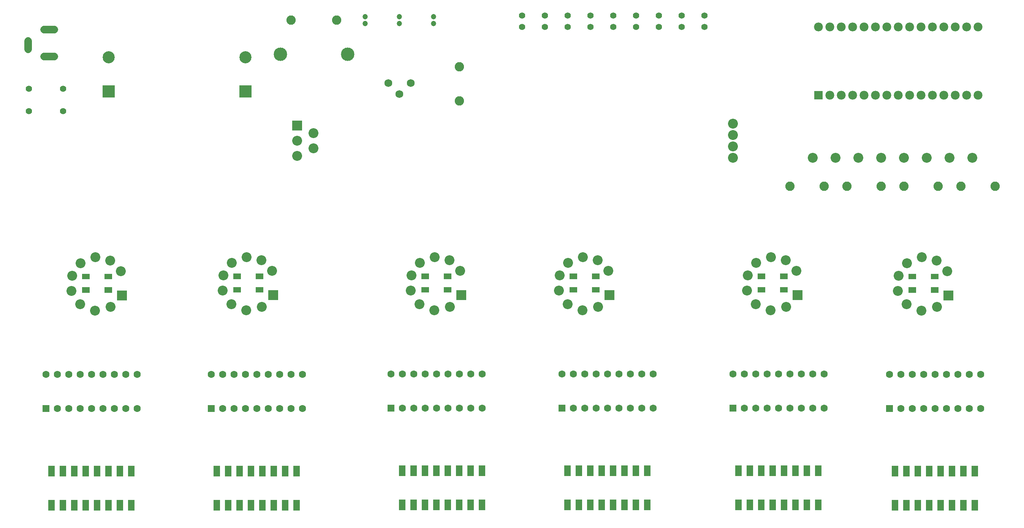
<source format=gbs>
G04 Layer: BottomSolderMaskLayer*
G04 EasyEDA v6.1.52, Wed, 14 Aug 2019 16:00:45 GMT*
G04 61fb33ea13684dee95186c9376e4e459,bc0df6a87cf9400f99ff9c89e133bbb9,10*
G04 Gerber Generator version 0.2*
G04 Scale: 100 percent, Rotated: No, Reflected: No *
G04 Dimensions in millimeters *
G04 leading zeros omitted , absolute positions ,3 integer and 3 decimal *
%FSLAX33Y33*%
%MOMM*%
G90*
G71D02*

%ADD26C,1.397000*%
%ADD37C,1.703197*%
%ADD39C,2.703195*%
%ADD40C,1.403096*%
%ADD42C,2.203196*%
%ADD43C,1.203198*%
%ADD44C,1.727200*%
%ADD45C,2.082800*%
%ADD46C,3.003194*%
%ADD47R,1.981200X1.981200*%
%ADD48C,1.981200*%
%ADD50R,1.600200X1.600200*%
%ADD51C,1.600200*%

%LPD*%
G54D37*
G01X10079Y110284D02*
G01X7779Y110284D01*
G01X7779Y116283D02*
G01X10079Y116283D01*
G01X4278Y111833D02*
G01X4278Y113733D01*
G36*
G01X200449Y57548D02*
G01X200449Y58750D01*
G01X202150Y58750D01*
G01X202150Y57548D01*
G01X200449Y57548D01*
G37*
G36*
G01X200449Y60548D02*
G01X200449Y61749D01*
G01X202150Y61749D01*
G01X202150Y60548D01*
G01X200449Y60548D01*
G37*
G36*
G01X205447Y60548D02*
G01X205447Y61749D01*
G01X207152Y61749D01*
G01X207152Y60548D01*
G01X205447Y60548D01*
G37*
G36*
G01X205447Y57548D02*
G01X205447Y58750D01*
G01X207152Y58750D01*
G01X207152Y57548D01*
G01X205447Y57548D01*
G37*
G36*
G01X166829Y57589D02*
G01X166829Y58790D01*
G01X168531Y58790D01*
G01X168531Y57589D01*
G01X166829Y57589D01*
G37*
G36*
G01X166829Y60589D02*
G01X166829Y61790D01*
G01X168531Y61790D01*
G01X168531Y60589D01*
G01X166829Y60589D01*
G37*
G36*
G01X171828Y60589D02*
G01X171828Y61790D01*
G01X173532Y61790D01*
G01X173532Y60589D01*
G01X171828Y60589D01*
G37*
G36*
G01X171828Y57589D02*
G01X171828Y58790D01*
G01X173532Y58790D01*
G01X173532Y57589D01*
G01X171828Y57589D01*
G37*
G36*
G01X124919Y57589D02*
G01X124919Y58790D01*
G01X126621Y58790D01*
G01X126621Y57589D01*
G01X124919Y57589D01*
G37*
G36*
G01X124919Y60589D02*
G01X124919Y61790D01*
G01X126621Y61790D01*
G01X126621Y60589D01*
G01X124919Y60589D01*
G37*
G36*
G01X129918Y60589D02*
G01X129918Y61790D01*
G01X131622Y61790D01*
G01X131622Y60589D01*
G01X129918Y60589D01*
G37*
G36*
G01X129918Y57589D02*
G01X129918Y58790D01*
G01X131622Y58790D01*
G01X131622Y57589D01*
G01X129918Y57589D01*
G37*
G36*
G01X91899Y57589D02*
G01X91899Y58790D01*
G01X93601Y58790D01*
G01X93601Y57589D01*
G01X91899Y57589D01*
G37*
G36*
G01X91899Y60589D02*
G01X91899Y61790D01*
G01X93601Y61790D01*
G01X93601Y60589D01*
G01X91899Y60589D01*
G37*
G36*
G01X96898Y60589D02*
G01X96898Y61790D01*
G01X98602Y61790D01*
G01X98602Y60589D01*
G01X96898Y60589D01*
G37*
G36*
G01X96898Y57589D02*
G01X96898Y58790D01*
G01X98602Y58790D01*
G01X98602Y57589D01*
G01X96898Y57589D01*
G37*
G36*
G01X49989Y57589D02*
G01X49989Y58790D01*
G01X51691Y58790D01*
G01X51691Y57589D01*
G01X49989Y57589D01*
G37*
G36*
G01X49989Y60589D02*
G01X49989Y61790D01*
G01X51691Y61790D01*
G01X51691Y60589D01*
G01X49989Y60589D01*
G37*
G36*
G01X54988Y60589D02*
G01X54988Y61790D01*
G01X56692Y61790D01*
G01X56692Y60589D01*
G01X54988Y60589D01*
G37*
G36*
G01X54988Y57589D02*
G01X54988Y58790D01*
G01X56692Y58790D01*
G01X56692Y57589D01*
G01X54988Y57589D01*
G37*
G36*
G01X16299Y57548D02*
G01X16299Y58750D01*
G01X18000Y58750D01*
G01X18000Y57548D01*
G01X16299Y57548D01*
G37*
G36*
G01X16299Y60548D02*
G01X16299Y61749D01*
G01X18000Y61749D01*
G01X18000Y60548D01*
G01X16299Y60548D01*
G37*
G36*
G01X21297Y60548D02*
G01X21297Y61749D01*
G01X23002Y61749D01*
G01X23002Y60548D01*
G01X21297Y60548D01*
G37*
G36*
G01X21297Y57548D02*
G01X21297Y58750D01*
G01X23002Y58750D01*
G01X23002Y57548D01*
G01X21297Y57548D01*
G37*
G36*
G01X51300Y101125D02*
G01X51300Y103830D01*
G01X54005Y103830D01*
G01X54005Y101125D01*
G01X51300Y101125D01*
G37*
G36*
G01X20820Y101125D02*
G01X20820Y103830D01*
G01X23525Y103830D01*
G01X23525Y101125D01*
G01X20820Y101125D01*
G37*
G54D39*
G01X52652Y110097D03*
G01X22172Y110097D03*
G54D40*
G01X12065Y103083D03*
G01X12065Y98084D03*
G01X4445Y103083D03*
G01X4445Y98084D03*
G36*
G01X63139Y93723D02*
G01X63139Y95928D01*
G01X65341Y95928D01*
G01X65341Y93723D01*
G01X63139Y93723D01*
G37*
G54D42*
G01X67839Y93134D03*
G01X64240Y91440D03*
G01X67839Y89745D03*
G01X64240Y88054D03*
G54D43*
G01X86995Y119114D03*
G01X86995Y117613D03*
G01X79375Y119114D03*
G01X79375Y117613D03*
G54D44*
G01X86995Y101874D03*
G01X84495Y104373D03*
G01X89495Y104373D03*
G54D45*
G01X100330Y100330D03*
G01X100330Y107950D03*
G01X62865Y118364D03*
G01X73025Y118364D03*
G54D46*
G01X75445Y110744D03*
G01X60444Y110744D03*
G54D47*
G01X180340Y101600D03*
G54D48*
G01X182880Y101600D03*
G01X185420Y101600D03*
G01X187960Y101600D03*
G01X190500Y101600D03*
G01X193040Y101600D03*
G01X195580Y101600D03*
G01X198120Y101600D03*
G01X200660Y101600D03*
G01X203200Y101600D03*
G01X205740Y101600D03*
G01X208280Y101600D03*
G01X210820Y101600D03*
G01X213360Y101600D03*
G01X215900Y101600D03*
G01X180340Y116840D03*
G01X182880Y116840D03*
G01X185420Y116840D03*
G01X187960Y116840D03*
G01X190500Y116840D03*
G01X193040Y116840D03*
G01X195580Y116840D03*
G01X198120Y116840D03*
G01X200660Y116840D03*
G01X203200Y116840D03*
G01X205740Y116840D03*
G01X208280Y116840D03*
G01X210820Y116840D03*
G01X213360Y116840D03*
G01X215900Y116840D03*
G54D42*
G01X161290Y95250D03*
G01X161290Y92710D03*
G01X161290Y90170D03*
G01X161290Y87630D03*
G54D45*
G01X181610Y81280D03*
G01X173990Y81280D03*
G01X194310Y81280D03*
G01X186690Y81280D03*
G01X207010Y81280D03*
G01X199390Y81280D03*
G01X212090Y81280D03*
G01X219710Y81280D03*
G54D42*
G01X179070Y87630D03*
G01X184150Y87630D03*
G01X199390Y87630D03*
G01X204470Y87630D03*
G01X189230Y87630D03*
G01X194310Y87630D03*
G01X209550Y87630D03*
G01X214630Y87630D03*
G36*
G01X196743Y8928D02*
G01X196743Y11313D01*
G01X198158Y11313D01*
G01X198158Y8928D01*
G01X196743Y8928D01*
G37*
G36*
G01X199283Y8928D02*
G01X199283Y11313D01*
G01X200698Y11313D01*
G01X200698Y8928D01*
G01X199283Y8928D01*
G37*
G36*
G01X201823Y8928D02*
G01X201823Y11313D01*
G01X203238Y11313D01*
G01X203238Y8928D01*
G01X201823Y8928D01*
G37*
G36*
G01X204363Y8928D02*
G01X204363Y11313D01*
G01X205778Y11313D01*
G01X205778Y8928D01*
G01X204363Y8928D01*
G37*
G36*
G01X206903Y8928D02*
G01X206903Y11313D01*
G01X208318Y11313D01*
G01X208318Y8928D01*
G01X206903Y8928D01*
G37*
G36*
G01X209443Y8928D02*
G01X209443Y11313D01*
G01X210858Y11313D01*
G01X210858Y8928D01*
G01X209443Y8928D01*
G37*
G36*
G01X211983Y8928D02*
G01X211983Y11313D01*
G01X213398Y11313D01*
G01X213398Y8928D01*
G01X211983Y8928D01*
G37*
G36*
G01X214523Y8928D02*
G01X214523Y11313D01*
G01X215938Y11313D01*
G01X215938Y8928D01*
G01X214523Y8928D01*
G37*
G36*
G01X214523Y16548D02*
G01X214523Y18933D01*
G01X215938Y18933D01*
G01X215938Y16548D01*
G01X214523Y16548D01*
G37*
G36*
G01X211983Y16548D02*
G01X211983Y18933D01*
G01X213398Y18933D01*
G01X213398Y16548D01*
G01X211983Y16548D01*
G37*
G36*
G01X209443Y16548D02*
G01X209443Y18933D01*
G01X210858Y18933D01*
G01X210858Y16548D01*
G01X209443Y16548D01*
G37*
G36*
G01X206903Y16548D02*
G01X206903Y18933D01*
G01X208318Y18933D01*
G01X208318Y16548D01*
G01X206903Y16548D01*
G37*
G36*
G01X204363Y16548D02*
G01X204363Y18933D01*
G01X205778Y18933D01*
G01X205778Y16548D01*
G01X204363Y16548D01*
G37*
G36*
G01X201823Y16548D02*
G01X201823Y18933D01*
G01X203238Y18933D01*
G01X203238Y16548D01*
G01X201823Y16548D01*
G37*
G36*
G01X199283Y16548D02*
G01X199283Y18933D01*
G01X200698Y18933D01*
G01X200698Y16548D01*
G01X199283Y16548D01*
G37*
G36*
G01X196743Y16548D02*
G01X196743Y18933D01*
G01X198158Y18933D01*
G01X198158Y16548D01*
G01X196743Y16548D01*
G37*
G54D50*
G01X196179Y31709D03*
G54D51*
G01X198719Y31709D03*
G01X201259Y31709D03*
G01X203799Y31709D03*
G01X206339Y31709D03*
G01X208879Y31709D03*
G01X211419Y31709D03*
G01X213959Y31709D03*
G01X216499Y31709D03*
G01X216499Y39329D03*
G01X213959Y39329D03*
G01X211419Y39329D03*
G01X208879Y39329D03*
G01X206339Y39329D03*
G01X203799Y39329D03*
G01X201259Y39329D03*
G01X198719Y39329D03*
G01X196179Y39329D03*
G36*
G01X132669Y55887D02*
G01X132669Y58092D01*
G01X134871Y58092D01*
G01X134871Y55887D01*
G01X132669Y55887D01*
G37*
G54D42*
G01X131269Y54390D03*
G01X127769Y53589D03*
G01X124469Y54989D03*
G01X122570Y57989D03*
G01X122670Y61390D03*
G01X124569Y64190D03*
G01X127869Y65490D03*
G01X131170Y64789D03*
G01X133569Y62390D03*
G36*
G01X123753Y8966D02*
G01X123753Y11351D01*
G01X125168Y11351D01*
G01X125168Y8966D01*
G01X123753Y8966D01*
G37*
G36*
G01X126293Y8966D02*
G01X126293Y11351D01*
G01X127708Y11351D01*
G01X127708Y8966D01*
G01X126293Y8966D01*
G37*
G36*
G01X128833Y8966D02*
G01X128833Y11351D01*
G01X130248Y11351D01*
G01X130248Y8966D01*
G01X128833Y8966D01*
G37*
G36*
G01X131373Y8966D02*
G01X131373Y11351D01*
G01X132788Y11351D01*
G01X132788Y8966D01*
G01X131373Y8966D01*
G37*
G36*
G01X133913Y8966D02*
G01X133913Y11351D01*
G01X135328Y11351D01*
G01X135328Y8966D01*
G01X133913Y8966D01*
G37*
G36*
G01X136453Y8966D02*
G01X136453Y11351D01*
G01X137868Y11351D01*
G01X137868Y8966D01*
G01X136453Y8966D01*
G37*
G36*
G01X138993Y8966D02*
G01X138993Y11351D01*
G01X140408Y11351D01*
G01X140408Y8966D01*
G01X138993Y8966D01*
G37*
G36*
G01X141533Y8966D02*
G01X141533Y11351D01*
G01X142948Y11351D01*
G01X142948Y8966D01*
G01X141533Y8966D01*
G37*
G36*
G01X141533Y16586D02*
G01X141533Y18971D01*
G01X142948Y18971D01*
G01X142948Y16586D01*
G01X141533Y16586D01*
G37*
G36*
G01X138993Y16586D02*
G01X138993Y18971D01*
G01X140408Y18971D01*
G01X140408Y16586D01*
G01X138993Y16586D01*
G37*
G36*
G01X136453Y16586D02*
G01X136453Y18971D01*
G01X137868Y18971D01*
G01X137868Y16586D01*
G01X136453Y16586D01*
G37*
G36*
G01X133913Y16586D02*
G01X133913Y18971D01*
G01X135328Y18971D01*
G01X135328Y16586D01*
G01X133913Y16586D01*
G37*
G36*
G01X131373Y16586D02*
G01X131373Y18971D01*
G01X132788Y18971D01*
G01X132788Y16586D01*
G01X131373Y16586D01*
G37*
G36*
G01X128833Y16586D02*
G01X128833Y18971D01*
G01X130248Y18971D01*
G01X130248Y16586D01*
G01X128833Y16586D01*
G37*
G36*
G01X126293Y16586D02*
G01X126293Y18971D01*
G01X127708Y18971D01*
G01X127708Y16586D01*
G01X126293Y16586D01*
G37*
G36*
G01X123753Y16586D02*
G01X123753Y18971D01*
G01X125168Y18971D01*
G01X125168Y16586D01*
G01X123753Y16586D01*
G37*
G54D50*
G01X123190Y31750D03*
G54D51*
G01X125730Y31750D03*
G01X128270Y31750D03*
G01X130810Y31750D03*
G01X133350Y31750D03*
G01X135890Y31750D03*
G01X138430Y31750D03*
G01X140970Y31750D03*
G01X143510Y31750D03*
G01X143510Y39370D03*
G01X140970Y39370D03*
G01X138430Y39370D03*
G01X135890Y39370D03*
G01X133350Y39370D03*
G01X130810Y39370D03*
G01X128270Y39370D03*
G01X125730Y39370D03*
G01X123190Y39370D03*
G36*
G01X57739Y55887D02*
G01X57739Y58092D01*
G01X59941Y58092D01*
G01X59941Y55887D01*
G01X57739Y55887D01*
G37*
G54D42*
G01X56339Y54390D03*
G01X52839Y53589D03*
G01X49539Y54989D03*
G01X47640Y57989D03*
G01X47740Y61390D03*
G01X49639Y64190D03*
G01X52939Y65490D03*
G01X56240Y64789D03*
G01X58639Y62390D03*
G36*
G01X45613Y8928D02*
G01X45613Y11313D01*
G01X47028Y11313D01*
G01X47028Y8928D01*
G01X45613Y8928D01*
G37*
G36*
G01X48153Y8928D02*
G01X48153Y11313D01*
G01X49568Y11313D01*
G01X49568Y8928D01*
G01X48153Y8928D01*
G37*
G36*
G01X50693Y8928D02*
G01X50693Y11313D01*
G01X52108Y11313D01*
G01X52108Y8928D01*
G01X50693Y8928D01*
G37*
G36*
G01X53233Y8928D02*
G01X53233Y11313D01*
G01X54648Y11313D01*
G01X54648Y8928D01*
G01X53233Y8928D01*
G37*
G36*
G01X55773Y8928D02*
G01X55773Y11313D01*
G01X57188Y11313D01*
G01X57188Y8928D01*
G01X55773Y8928D01*
G37*
G36*
G01X58313Y8928D02*
G01X58313Y11313D01*
G01X59728Y11313D01*
G01X59728Y8928D01*
G01X58313Y8928D01*
G37*
G36*
G01X60853Y8928D02*
G01X60853Y11313D01*
G01X62268Y11313D01*
G01X62268Y8928D01*
G01X60853Y8928D01*
G37*
G36*
G01X63393Y8928D02*
G01X63393Y11313D01*
G01X64808Y11313D01*
G01X64808Y8928D01*
G01X63393Y8928D01*
G37*
G36*
G01X63393Y16548D02*
G01X63393Y18933D01*
G01X64808Y18933D01*
G01X64808Y16548D01*
G01X63393Y16548D01*
G37*
G36*
G01X60853Y16548D02*
G01X60853Y18933D01*
G01X62268Y18933D01*
G01X62268Y16548D01*
G01X60853Y16548D01*
G37*
G36*
G01X58313Y16548D02*
G01X58313Y18933D01*
G01X59728Y18933D01*
G01X59728Y16548D01*
G01X58313Y16548D01*
G37*
G36*
G01X55773Y16548D02*
G01X55773Y18933D01*
G01X57188Y18933D01*
G01X57188Y16548D01*
G01X55773Y16548D01*
G37*
G36*
G01X53233Y16548D02*
G01X53233Y18933D01*
G01X54648Y18933D01*
G01X54648Y16548D01*
G01X53233Y16548D01*
G37*
G36*
G01X50693Y16548D02*
G01X50693Y18933D01*
G01X52108Y18933D01*
G01X52108Y16548D01*
G01X50693Y16548D01*
G37*
G36*
G01X48153Y16548D02*
G01X48153Y18933D01*
G01X49568Y18933D01*
G01X49568Y16548D01*
G01X48153Y16548D01*
G37*
G36*
G01X45613Y16548D02*
G01X45613Y18933D01*
G01X47028Y18933D01*
G01X47028Y16548D01*
G01X45613Y16548D01*
G37*
G54D50*
G01X45049Y31709D03*
G54D51*
G01X47589Y31709D03*
G01X50129Y31709D03*
G01X52669Y31709D03*
G01X55209Y31709D03*
G01X57749Y31709D03*
G01X60289Y31709D03*
G01X62829Y31709D03*
G01X65369Y31709D03*
G01X65369Y39329D03*
G01X62829Y39329D03*
G01X60289Y39329D03*
G01X57749Y39329D03*
G01X55209Y39329D03*
G01X52669Y39329D03*
G01X50129Y39329D03*
G01X47589Y39329D03*
G01X45049Y39329D03*
G36*
G01X174579Y55887D02*
G01X174579Y58092D01*
G01X176781Y58092D01*
G01X176781Y55887D01*
G01X174579Y55887D01*
G37*
G54D42*
G01X173179Y54390D03*
G01X169679Y53589D03*
G01X166379Y54989D03*
G01X164480Y57989D03*
G01X164580Y61390D03*
G01X166479Y64190D03*
G01X169779Y65490D03*
G01X173080Y64789D03*
G01X175479Y62390D03*
G36*
G01X161853Y8966D02*
G01X161853Y11351D01*
G01X163268Y11351D01*
G01X163268Y8966D01*
G01X161853Y8966D01*
G37*
G36*
G01X164393Y8966D02*
G01X164393Y11351D01*
G01X165808Y11351D01*
G01X165808Y8966D01*
G01X164393Y8966D01*
G37*
G36*
G01X166933Y8966D02*
G01X166933Y11351D01*
G01X168348Y11351D01*
G01X168348Y8966D01*
G01X166933Y8966D01*
G37*
G36*
G01X169473Y8966D02*
G01X169473Y11351D01*
G01X170888Y11351D01*
G01X170888Y8966D01*
G01X169473Y8966D01*
G37*
G36*
G01X172013Y8966D02*
G01X172013Y11351D01*
G01X173428Y11351D01*
G01X173428Y8966D01*
G01X172013Y8966D01*
G37*
G36*
G01X174553Y8966D02*
G01X174553Y11351D01*
G01X175968Y11351D01*
G01X175968Y8966D01*
G01X174553Y8966D01*
G37*
G36*
G01X177093Y8966D02*
G01X177093Y11351D01*
G01X178508Y11351D01*
G01X178508Y8966D01*
G01X177093Y8966D01*
G37*
G36*
G01X179633Y8966D02*
G01X179633Y11351D01*
G01X181048Y11351D01*
G01X181048Y8966D01*
G01X179633Y8966D01*
G37*
G36*
G01X179633Y16586D02*
G01X179633Y18971D01*
G01X181048Y18971D01*
G01X181048Y16586D01*
G01X179633Y16586D01*
G37*
G36*
G01X177093Y16586D02*
G01X177093Y18971D01*
G01X178508Y18971D01*
G01X178508Y16586D01*
G01X177093Y16586D01*
G37*
G36*
G01X174553Y16586D02*
G01X174553Y18971D01*
G01X175968Y18971D01*
G01X175968Y16586D01*
G01X174553Y16586D01*
G37*
G36*
G01X172013Y16586D02*
G01X172013Y18971D01*
G01X173428Y18971D01*
G01X173428Y16586D01*
G01X172013Y16586D01*
G37*
G36*
G01X169473Y16586D02*
G01X169473Y18971D01*
G01X170888Y18971D01*
G01X170888Y16586D01*
G01X169473Y16586D01*
G37*
G36*
G01X166933Y16586D02*
G01X166933Y18971D01*
G01X168348Y18971D01*
G01X168348Y16586D01*
G01X166933Y16586D01*
G37*
G36*
G01X164393Y16586D02*
G01X164393Y18971D01*
G01X165808Y18971D01*
G01X165808Y16586D01*
G01X164393Y16586D01*
G37*
G36*
G01X161853Y16586D02*
G01X161853Y18971D01*
G01X163268Y18971D01*
G01X163268Y16586D01*
G01X161853Y16586D01*
G37*
G54D50*
G01X161290Y31750D03*
G54D51*
G01X163830Y31750D03*
G01X166370Y31750D03*
G01X168910Y31750D03*
G01X171450Y31750D03*
G01X173990Y31750D03*
G01X176530Y31750D03*
G01X179070Y31750D03*
G01X181610Y31750D03*
G01X181610Y39370D03*
G01X179070Y39370D03*
G01X176530Y39370D03*
G01X173990Y39370D03*
G01X171450Y39370D03*
G01X168910Y39370D03*
G01X166370Y39370D03*
G01X163830Y39370D03*
G01X161290Y39370D03*
G36*
G01X99649Y55887D02*
G01X99649Y58092D01*
G01X101851Y58092D01*
G01X101851Y55887D01*
G01X99649Y55887D01*
G37*
G54D42*
G01X98249Y54390D03*
G01X94749Y53589D03*
G01X91449Y54989D03*
G01X89550Y57989D03*
G01X89650Y61390D03*
G01X91549Y64190D03*
G01X94849Y65490D03*
G01X98150Y64789D03*
G01X100549Y62390D03*
G36*
G01X86923Y8966D02*
G01X86923Y11351D01*
G01X88338Y11351D01*
G01X88338Y8966D01*
G01X86923Y8966D01*
G37*
G36*
G01X89463Y8966D02*
G01X89463Y11351D01*
G01X90878Y11351D01*
G01X90878Y8966D01*
G01X89463Y8966D01*
G37*
G36*
G01X92003Y8966D02*
G01X92003Y11351D01*
G01X93418Y11351D01*
G01X93418Y8966D01*
G01X92003Y8966D01*
G37*
G36*
G01X94543Y8966D02*
G01X94543Y11351D01*
G01X95958Y11351D01*
G01X95958Y8966D01*
G01X94543Y8966D01*
G37*
G36*
G01X97083Y8966D02*
G01X97083Y11351D01*
G01X98498Y11351D01*
G01X98498Y8966D01*
G01X97083Y8966D01*
G37*
G36*
G01X99623Y8966D02*
G01X99623Y11351D01*
G01X101038Y11351D01*
G01X101038Y8966D01*
G01X99623Y8966D01*
G37*
G36*
G01X102163Y8966D02*
G01X102163Y11351D01*
G01X103578Y11351D01*
G01X103578Y8966D01*
G01X102163Y8966D01*
G37*
G36*
G01X104703Y8966D02*
G01X104703Y11351D01*
G01X106118Y11351D01*
G01X106118Y8966D01*
G01X104703Y8966D01*
G37*
G36*
G01X104703Y16586D02*
G01X104703Y18971D01*
G01X106118Y18971D01*
G01X106118Y16586D01*
G01X104703Y16586D01*
G37*
G36*
G01X102163Y16586D02*
G01X102163Y18971D01*
G01X103578Y18971D01*
G01X103578Y16586D01*
G01X102163Y16586D01*
G37*
G36*
G01X99623Y16586D02*
G01X99623Y18971D01*
G01X101038Y18971D01*
G01X101038Y16586D01*
G01X99623Y16586D01*
G37*
G36*
G01X97083Y16586D02*
G01X97083Y18971D01*
G01X98498Y18971D01*
G01X98498Y16586D01*
G01X97083Y16586D01*
G37*
G36*
G01X94543Y16586D02*
G01X94543Y18971D01*
G01X95958Y18971D01*
G01X95958Y16586D01*
G01X94543Y16586D01*
G37*
G36*
G01X92003Y16586D02*
G01X92003Y18971D01*
G01X93418Y18971D01*
G01X93418Y16586D01*
G01X92003Y16586D01*
G37*
G36*
G01X89463Y16586D02*
G01X89463Y18971D01*
G01X90878Y18971D01*
G01X90878Y16586D01*
G01X89463Y16586D01*
G37*
G36*
G01X86923Y16586D02*
G01X86923Y18971D01*
G01X88338Y18971D01*
G01X88338Y16586D01*
G01X86923Y16586D01*
G37*
G54D50*
G01X85090Y31750D03*
G54D51*
G01X87630Y31750D03*
G01X90170Y31750D03*
G01X92710Y31750D03*
G01X95250Y31750D03*
G01X97790Y31750D03*
G01X100330Y31750D03*
G01X102870Y31750D03*
G01X105410Y31750D03*
G01X105410Y39370D03*
G01X102870Y39370D03*
G01X100330Y39370D03*
G01X97790Y39370D03*
G01X95250Y39370D03*
G01X92710Y39370D03*
G01X90170Y39370D03*
G01X87630Y39370D03*
G01X85090Y39370D03*
G36*
G01X24048Y55849D02*
G01X24048Y58051D01*
G01X26250Y58051D01*
G01X26250Y55849D01*
G01X24048Y55849D01*
G37*
G54D42*
G01X22649Y54349D03*
G01X19149Y53549D03*
G01X15849Y54949D03*
G01X13950Y57949D03*
G01X14050Y61349D03*
G01X15949Y64149D03*
G01X19249Y65449D03*
G01X22550Y64749D03*
G01X24949Y62349D03*
G36*
G01X8783Y8928D02*
G01X8783Y11313D01*
G01X10198Y11313D01*
G01X10198Y8928D01*
G01X8783Y8928D01*
G37*
G36*
G01X11323Y8928D02*
G01X11323Y11313D01*
G01X12738Y11313D01*
G01X12738Y8928D01*
G01X11323Y8928D01*
G37*
G36*
G01X13863Y8928D02*
G01X13863Y11313D01*
G01X15278Y11313D01*
G01X15278Y8928D01*
G01X13863Y8928D01*
G37*
G36*
G01X16403Y8928D02*
G01X16403Y11313D01*
G01X17818Y11313D01*
G01X17818Y8928D01*
G01X16403Y8928D01*
G37*
G36*
G01X18943Y8928D02*
G01X18943Y11313D01*
G01X20358Y11313D01*
G01X20358Y8928D01*
G01X18943Y8928D01*
G37*
G36*
G01X21483Y8928D02*
G01X21483Y11313D01*
G01X22898Y11313D01*
G01X22898Y8928D01*
G01X21483Y8928D01*
G37*
G36*
G01X24023Y8928D02*
G01X24023Y11313D01*
G01X25438Y11313D01*
G01X25438Y8928D01*
G01X24023Y8928D01*
G37*
G36*
G01X26563Y8928D02*
G01X26563Y11313D01*
G01X27978Y11313D01*
G01X27978Y8928D01*
G01X26563Y8928D01*
G37*
G36*
G01X26563Y16548D02*
G01X26563Y18933D01*
G01X27978Y18933D01*
G01X27978Y16548D01*
G01X26563Y16548D01*
G37*
G36*
G01X24023Y16548D02*
G01X24023Y18933D01*
G01X25438Y18933D01*
G01X25438Y16548D01*
G01X24023Y16548D01*
G37*
G36*
G01X21483Y16548D02*
G01X21483Y18933D01*
G01X22898Y18933D01*
G01X22898Y16548D01*
G01X21483Y16548D01*
G37*
G36*
G01X18943Y16548D02*
G01X18943Y18933D01*
G01X20358Y18933D01*
G01X20358Y16548D01*
G01X18943Y16548D01*
G37*
G36*
G01X16403Y16548D02*
G01X16403Y18933D01*
G01X17818Y18933D01*
G01X17818Y16548D01*
G01X16403Y16548D01*
G37*
G36*
G01X13863Y16548D02*
G01X13863Y18933D01*
G01X15278Y18933D01*
G01X15278Y16548D01*
G01X13863Y16548D01*
G37*
G36*
G01X11323Y16548D02*
G01X11323Y18933D01*
G01X12738Y18933D01*
G01X12738Y16548D01*
G01X11323Y16548D01*
G37*
G36*
G01X8783Y16548D02*
G01X8783Y18933D01*
G01X10198Y18933D01*
G01X10198Y16548D01*
G01X8783Y16548D01*
G37*
G54D50*
G01X8219Y31709D03*
G54D51*
G01X10759Y31709D03*
G01X13299Y31709D03*
G01X15839Y31709D03*
G01X18379Y31709D03*
G01X20919Y31709D03*
G01X23459Y31709D03*
G01X25999Y31709D03*
G01X28539Y31709D03*
G01X28539Y39329D03*
G01X25999Y39329D03*
G01X23459Y39329D03*
G01X20919Y39329D03*
G01X18379Y39329D03*
G01X15839Y39329D03*
G01X13299Y39329D03*
G01X10759Y39329D03*
G01X8219Y39329D03*
G54D43*
G01X94615Y119114D03*
G01X94615Y117613D03*
G54D26*
G01X154940Y119380D03*
G01X154940Y116840D03*
G01X149860Y119380D03*
G01X149860Y116840D03*
G01X144780Y119380D03*
G01X144780Y116840D03*
G01X139700Y119380D03*
G01X139700Y116840D03*
G01X134620Y119380D03*
G01X134620Y116840D03*
G01X129540Y119380D03*
G01X129540Y116840D03*
G01X124460Y119380D03*
G01X124460Y116840D03*
G01X119380Y119380D03*
G01X119380Y116840D03*
G01X114300Y119380D03*
G01X114300Y116840D03*
G36*
G01X208198Y55849D02*
G01X208198Y58051D01*
G01X210400Y58051D01*
G01X210400Y55849D01*
G01X208198Y55849D01*
G37*
G54D42*
G01X206799Y54349D03*
G01X203299Y53549D03*
G01X199999Y54949D03*
G01X198100Y57949D03*
G01X198200Y61349D03*
G01X200099Y64149D03*
G01X203399Y65449D03*
G01X206700Y64749D03*
G01X209099Y62349D03*
M00*
M02*

</source>
